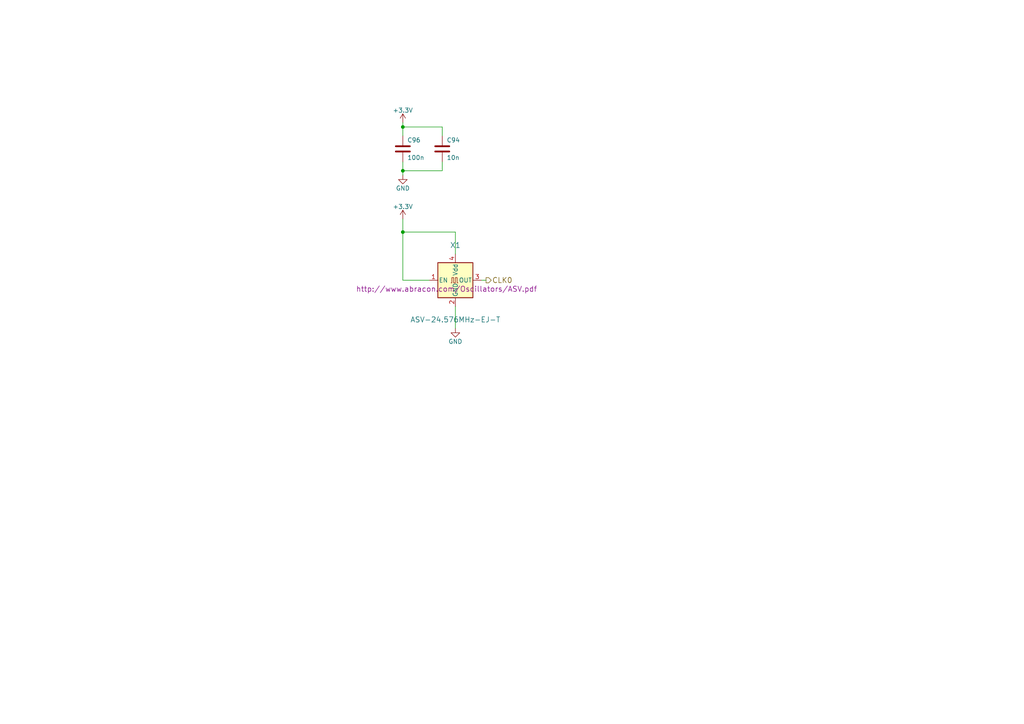
<source format=kicad_sch>
(kicad_sch (version 20230121) (generator eeschema)
  (paper "A4")
  (title_block (title "blus mini mk2") (date "2024-04-05") (rev "a") (company "elagil"))
  (lib_symbols
    (symbol "Device:C" (pin_numbers hide) (pin_names (offset 0.254))
      (property "Reference" "C" (at 0.635 2.54 0))
      (property "Value" "C" (at 0.635 -2.54 0))
      (symbol "C_0_1"
        (polyline (pts (xy -2.032 -0.762) (xy 2.032 -0.762)) (stroke (width 0.508)))
        (polyline (pts (xy -2.032 0.762) (xy 2.032 0.762)) (stroke (width 0.508)))
      )
      (symbol "C_1_1"
        (pin passive line (at 0 3.81 270) (length 2.794) (name "~") (number "1"))
        (pin passive line (at 0 -3.81 90) (length 2.794) (name "~") (number "2"))
      )
    )
    (symbol "Oscillator:ASV-xxxMHz" (pin_names (offset 0.254))
      (property "Reference" "X" (at -5.08 6.35 0))
      (property "Value" "ASV-xxxMHz" (at 1.27 -6.35 0))
      (symbol "ASV-xxxMHz_0_1"
        (rectangle (start -5.08 5.08) (end 5.08 -5.08) (stroke (width 0.254)) (fill (type background)))
        (polyline (pts (xy -1.27 -0.762) (xy -1.016 -0.762) (xy -1.016 0.762) (xy -0.508 0.762) (xy -0.508 -0.762) (xy 0 -0.762) (xy 0 0.762) (xy 0.508 0.762) (xy 0.508 -0.762) (xy 0.762 -0.762)))
      )
      (symbol "ASV-xxxMHz_1_1"
        (pin input line (at -7.62 0 0) (length 2.54) (name "EN") (number "1"))
        (pin power_in line (at 0 -7.62 90) (length 2.54) (name "GND") (number "2"))
        (pin output line (at 7.62 0 180) (length 2.54) (name "OUT") (number "3"))
        (pin power_in line (at 0 7.62 270) (length 2.54) (name "Vdd") (number "4"))
      )
    )
    (symbol "power:+3.3V" (power) (pin_names (offset 0))
      (property "Value" "+3.3V" (at 0 3.556 0))
      (symbol "+3.3V_0_1"
        (polyline (pts (xy -0.762 1.27) (xy 0 2.54)))
        (polyline (pts (xy 0 0) (xy 0 2.54)))
        (polyline (pts (xy 0 2.54) (xy 0.762 1.27)))
      )
      (symbol "+3.3V_1_1"
        (pin power_in line (at 0 0 90) (length 0) hide (name "+3.3V") (number "1"))
      )
    )
    (symbol "power:GND" (power) (pin_names (offset 0))
      (property "Value" "GND" (at 0 -3.81 0))
      (symbol "GND_0_1"
        (polyline (pts (xy 0 0) (xy 0 -1.27) (xy 1.27 -1.27) (xy 0 -2.54) (xy -1.27 -1.27) (xy 0 -1.27)))
      )
      (symbol "GND_1_1"
        (pin power_in line (at 0 0 270) (length 0) hide (name "GND") (number "1"))
      )
    )
  )
  (junction (at 116.84 49.53))
  (junction (at 116.84 36.83))
  (junction (at 116.84 67.31))
  (wire (pts (xy 132.08 67.31) (xy 132.08 73.66)))
  (wire (pts (xy 116.84 49.53) (xy 128.27 49.53)))
  (wire (pts (xy 116.84 81.28) (xy 124.46 81.28)))
  (wire (pts (xy 116.84 49.53) (xy 116.84 50.8)))
  (wire (pts (xy 116.84 49.53) (xy 116.84 46.99)))
  (wire (pts (xy 140.97 81.28) (xy 139.7 81.28)))
  (wire (pts (xy 116.84 36.83) (xy 128.27 36.83)))
  (wire (pts (xy 116.84 67.31) (xy 132.08 67.31)))
  (wire (pts (xy 128.27 36.83) (xy 128.27 39.37)))
  (wire (pts (xy 116.84 67.31) (xy 116.84 81.28)))
  (wire (pts (xy 132.08 88.9) (xy 132.08 95.25)))
  (wire (pts (xy 116.84 35.56) (xy 116.84 36.83)))
  (wire (pts (xy 116.84 36.83) (xy 116.84 39.37)))
  (wire (pts (xy 116.84 63.5) (xy 116.84 67.31)))
  (wire (pts (xy 128.27 49.53) (xy 128.27 46.99)))
  (hierarchical_label "CLK0" (shape output) (at 140.97 81.28 0) (effects (font (size 1.524 1.524))))
  (symbol (lib_id "Oscillator:ASV-xxxMHz") (at 132.08 81.28 0) (unit 1)
    (property "Reference" "X1" (at 132.08 71.12 0) (effects (font (size 1.524 1.524))))
    (property "Value" "ASV-24.576MHz-EJ-T" (at 132.08 92.71 0) (effects (font (size 1.524 1.524))))
    (property "Footprint" "Oscillator:Oscillator_SMD_Abracon_ASV-4Pin_7.0x5.1mm" (effects hide))
    (property "Datasheet" "http://www.abracon.com/Oscillators/ASV.pdf" (at 129.54 83.82 0) (effects (font (size 1.524 1.524))))
    (property "Mfr.Nr." "DK" (effects hide))
  )
  (symbol (lib_id "power:GND") (at 132.08 95.25 0) (unit 1)
    (property "Reference" "#PWR040" (effects hide))
    (property "Value" "GND" (at 132.08 99.06 0))
  )
  (symbol (lib_id "power:GND") (at 116.84 50.8 0) (unit 1)
    (property "Reference" "#PWR038" (effects hide))
    (property "Value" "GND" (at 116.84 54.61 0))
  )
  (symbol (lib_id "power:+3.3V") (at 116.84 63.5 0) (unit 1)
    (property "Reference" "#PWR039" (effects hide))
    (property "Value" "+3.3V" (at 116.84 59.944 0))
  )
  (symbol (lib_id "Device:C") (at 128.27 43.18 0) (unit 1)
    (property "Reference" "C94" (at 129.54 40.64 0) (effects (justify left)))
    (property "Value" "10n" (at 129.54 45.72 0) (effects (justify left)))
    (property "Footprint" "Capacitor_SMD:C_0402_1005Metric" (effects hide))
    (property "MPN" "C15195" (effects hide))
  )
  (symbol (lib_id "Device:C") (at 116.84 43.18 0) (unit 1)
    (property "Reference" "C96" (at 118.11 40.64 0) (effects (justify left)))
    (property "Value" "100n" (at 118.11 45.72 0) (effects (justify left)))
    (property "Footprint" "Capacitor_SMD:C_0402_1005Metric" (effects hide))
    (property "MPN" "C307331" (effects hide))
  )
  (symbol (lib_id "power:+3.3V") (at 116.84 35.56 0) (unit 1)
    (property "Reference" "#PWR037" (effects hide))
    (property "Value" "+3.3V" (at 116.84 32.004 0))
  )
)
</source>
